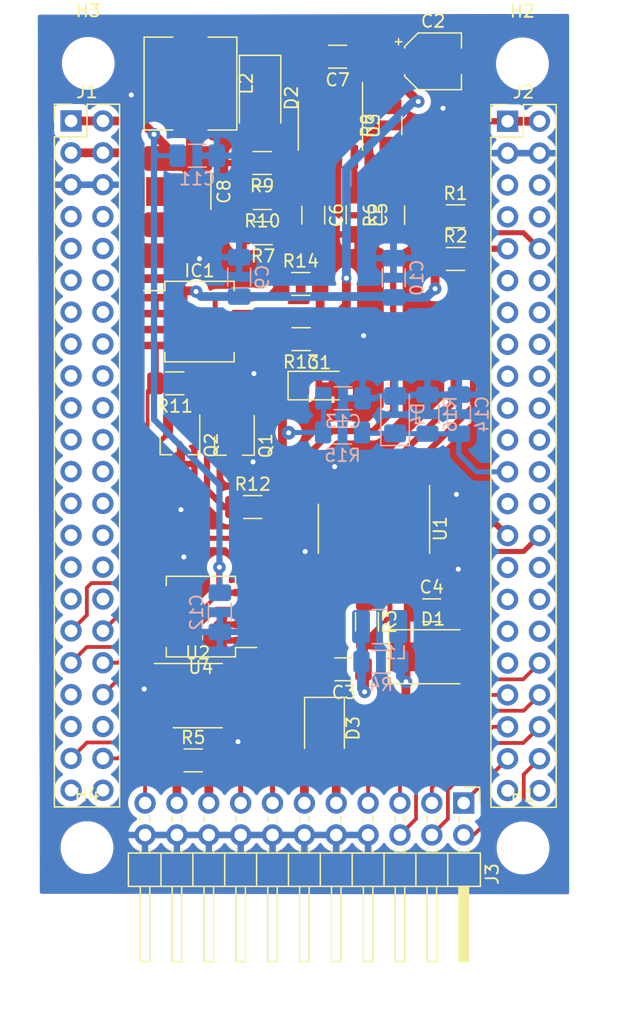
<source format=kicad_pcb>
(kicad_pcb (version 20211014) (generator pcbnew)
  (layers (0 "F.Cu" signal "Górna sygnałowa") (31 "B.Cu" signal "Dolna sygnałowa") (34 "B.Paste" user "Dolna pasty") (35 "F.Paste" user "Górna pasty") (36 "B.SilkS" user "Dolna opisowa") (37 "F.SilkS" user "Górna opisowa") (38 "B.Mask" user "Dolna sodermaski") (39 "F.Mask" user "Górna soldermaski") (44 "Edge.Cuts" user "Krawędziowa"))
  (net 0 "")
  (net 1 "+BATT")
  (net 2 "GND")
  (net 3 "Net-(C3-Pad1)")
  (net 4 "/SWCAN")
  (net 5 "Net-(C5-Pad1)")
  (net 6 "Net-(C6-Pad1)")
  (net 7 "Net-(C6-Pad2)")
  (net 8 "Net-(C7-Pad1)")
  (net 9 "Net-(C7-Pad2)")
  (net 10 "+5V")
  (net 11 "+3V3")
  (net 41 "/CTX")
  (net 42 "/CRX")
  (net 51 "/SWTX")
  (net 52 "/SWRX")
  (net 63 "/V_ADC")
  (net 72 "Net-(D3-Pad2)")
  (net 74 "/CANH")
  (net 75 "/CANL")
  (net 76 "Net-(R3-Pad1)")
  (net 77 "/CNTL")
  (net 78 "Net-(R6-Pad2)")
  (net 79 "Net-(R10-Pad1)")
  (net 80 "/SWM0")
  (net 81 "/SWM1")
  (net 85 "/MSCK")
  (net 86 "/MCS")
  (net 87 "/MSO")
  (net 89 "/T+")
  (net 91 "/XX")
  (net 92 "/YY")
  (net 93 "/kl_rx")
  (net 94 "/kl_tx")
  (net 95 "/K")
  (net 96 "/L")
  (net 97 "Net-(Q1-Pad1)")
  (net 98 "Net-(Q1-Pad2)")
  (net 101 "/FREEZE")
  (net 102 "/BKPT")
  (net 103 "/DSO")
  (net 104 "/DSI")
  (net 105 "/RST")
  (footprint "Capacitor_SMD:C_1206_3216Metric_Pad1.33x1.80mm_HandSolder" (layer "F.Cu") (at 113.35 97.4)
    (fp_text reference "C4")
    (fp_text value "47p")
  )
  (footprint "Capacitor_SMD:CP_Elec_4x4.5" (layer "F.Cu") (at 113.46 53.65)
    (fp_text reference "C2")
    (fp_text value "4.7u")
  )
  (footprint "Diode_SMD:D_1210_3225Metric_Pad1.42x2.65mm_HandSolder" (layer "F.Cu") (at 104.8 106.8 -90)
    (fp_text reference "D3")
    (fp_text value "D")
  )
  (footprint "Resistor_SMD:R_1206_3216Metric_Pad1.30x1.75mm_HandSolder" (layer "F.Cu") (at 102.91 71.39)
    (fp_text reference "R14")
    (fp_text value "510R")
  )
  (footprint "Resistor_SMD:R_1206_3216Metric_Pad1.30x1.75mm_HandSolder" (layer "F.Cu") (at 99.91 67.35 180)
    (fp_text reference "R7")
    (fp_text value "6.8k")
  )
  (footprint "Package_TO_SOT_SMD:SOT-23_Handsoldering" (layer "F.Cu") (at 93.28 84.24 -90)
    (fp_text reference "Q2")
    (fp_text value "Q_NPN_BCE")
  )
  (footprint "Resistor_SMD:R_1206_3216Metric_Pad1.30x1.75mm_HandSolder" (layer "F.Cu") (at 108.19 98.32 -90)
    (fp_text reference "R3")
    (fp_text value "6.49k")
  )
  (footprint "Capacitor_SMD:C_1206_3216Metric_Pad1.33x1.80mm_HandSolder" (layer "F.Cu") (at 106.35 102.1 180)
    (fp_text reference "C3")
    (fp_text value "100p")
  )
  (footprint "Resistor_SMD:R_1206_3216Metric_Pad1.30x1.75mm_HandSolder" (layer "F.Cu") (at 99.85 64.55 180)
    (fp_text reference "R10")
    (fp_text value "44.2k")
  )
  (footprint "MountingHole:MountingHole_3.2mm_M3" (layer "F.Cu") (at 120.63 116.34)
    (fp_text reference "H1")
    (fp_text value "MountingHole_Pad")
  )
  (footprint "Connector_PinHeader_2.54mm:PinHeader_2x22_P2.54mm_Vertical" (layer "F.Cu") (at 119.4 58.425)
    (fp_text reference "J2")
    (fp_text value "J3")
  )
  (footprint "Capacitor_SMD:C_1206_3216Metric_Pad1.33x1.80mm_HandSolder" (layer "F.Cu") (at 105.85 53.28 180)
    (fp_text reference "C7")
    (fp_text value "10n")
  )
  (footprint "Resistor_SMD:R_1206_3216Metric_Pad1.30x1.75mm_HandSolder" (layer "F.Cu") (at 94.34 109.36)
    (fp_text reference "R5")
    (fp_text value "120R")
  )
  (footprint "Package_SO:SO-8_5.3x6.2mm_P1.27mm" (layer "F.Cu") (at 94.84 74.39)
    (fp_text reference "IC1")
    (fp_text value "L9637D")
  )
  (footprint "Package_SO:SO-8_3.9x4.9mm_P1.27mm" (layer "F.Cu") (at 94.7 104.2)
    (fp_text reference "U2")
    (fp_text value "PCA82C251")
  )
  (footprint "Capacitor_SMD:C_1206_3216Metric_Pad1.33x1.80mm_HandSolder" (layer "F.Cu") (at 103.91 65.91 -90)
    (fp_text reference "C6")
    (fp_text value "3.9n")
  )
  (footprint "Diode_SMD:D_SMB" (layer "F.Cu") (at 113.45 101.1)
    (fp_text reference "D1")
    (fp_text value "SM6T18A")
  )
  (footprint "MountingHole:MountingHole_3.2mm_M3" (layer "F.Cu") (at 120.58 53.85)
    (fp_text reference "H2")
    (fp_text value "MountingHole_Pad")
  )
  (footprint "MountingHole:MountingHole_3.2mm_M3" (layer "F.Cu") (at 85.97 53.81)
    (fp_text reference "H3")
    (fp_text value "MountingHole_Pad")
  )
  (footprint "Diode_SMD:D_1206_3216Metric_Pad1.42x1.75mm_HandSolder" (layer "F.Cu") (at 104.36 79.49)
    (fp_text reference "C1")
    (fp_text value "100n")
  )
  (footprint "Resistor_SMD:R_1206_3216Metric_Pad1.30x1.75mm_HandSolder" (layer "F.Cu") (at 99.08 89.17)
    (fp_text reference "R12")
    (fp_text value "1k")
  )
  (footprint "Resistor_SMD:R_1206_3216Metric_Pad1.30x1.75mm_HandSolder" (layer "F.Cu") (at 102.94 75.79 180)
    (fp_text reference "R13")
    (fp_text value "510R")
  )
  (footprint "Package_TO_SOT_SMD:SOT-23_Handsoldering" (layer "F.Cu") (at 97.62 84.28 -90)
    (fp_text reference "Q1")
    (fp_text value "Q_NPN_BCE")
  )
  (footprint "MountingHole:MountingHole_3.2mm_M3" (layer "F.Cu") (at 85.87 116.31)
    (fp_text reference "H4")
    (fp_text value "MountingHole_Pad")
  )
  (footprint "Package_SO:SO-14_3.9x8.65mm_P1.27mm" (layer "F.Cu") (at 108.75 90.9 -90)
    (fp_text reference "U1")
    (fp_text value "MC33897")
  )
  (footprint "Connector_PinHeader_2.54mm:PinHeader_2x11_P2.54mm_Horizontal" (layer "F.Cu") (at 115.9 112.76 -90)
    (fp_text reference "J3")
    (fp_text value "Conn_02x11_Counter_Clockwise")
  )
  (footprint "Capacitor_SMD:C_2220_5650Metric_Pad1.97x5.40mm_HandSolder" (layer "F.Cu") (at 93.14 64.03 -90)
    (fp_text reference "C8")
    (fp_text value "22uf")
  )
  (footprint "Resistor_SMD:R_1206_3216Metric_Pad1.30x1.75mm_HandSolder" (layer "F.Cu") (at 110.28 65.91 90)
    (fp_text reference "R6")
    (fp_text value "100k")
  )
  (footprint "Resistor_SMD:R_1206_3216Metric_Pad1.30x1.75mm_HandSolder" (layer "F.Cu") (at 110.06 58.76 90)
    (fp_text reference "R8")
    (fp_text value "100k")
  )
  (footprint "Capacitor_SMD:C_1206_3216Metric_Pad1.33x1.80mm_HandSolder" (layer "F.Cu") (at 107.44 65.88 -90)
    (fp_text reference "C5")
    (fp_text value "100n")
  )
  (footprint "Resistor_SMD:R_1206_3216Metric_Pad1.30x1.75mm_HandSolder" (layer "F.Cu") (at 115.25 69.4)
    (fp_text reference "R2")
    (fp_text value "10k")
  )
  (footprint "Package_SO:SO-8_5.3x6.2mm_P1.27mm" (layer "F.Cu") (at 94.95 97.9 180)
    (fp_text reference "U4")
    (fp_text value "MAX6675")
  )
  (footprint "Connector_PinHeader_2.54mm:PinHeader_2x22_P2.54mm_Vertical" (layer "F.Cu") (at 84.6 58.4)
    (fp_text reference "J1")
    (fp_text value "J2")
  )
  (footprint "Diode_SMD:D_SMA" (layer "F.Cu") (at 99.67 56.57 -90)
    (fp_text reference "D2")
    (fp_text value "B130-E3")
  )
  (footprint "Resistor_SMD:R_1206_3216Metric_Pad1.30x1.75mm_HandSolder" (layer "F.Cu") (at 92.87 79.31 180)
    (fp_text reference "R11")
    (fp_text value "1k")
  )
  (footprint "Package_SO:SOIC-8-1EP_3.9x4.9mm_P1.27mm_EP2.62x3.51mm" (layer "F.Cu") (at 105.275 58.785 -90)
    (fp_text reference "U3")
    (fp_text value "MP2303ADN")
  )
  (footprint "Resistor_SMD:R_1206_3216Metric_Pad1.30x1.75mm_HandSolder" (layer "F.Cu") (at 99.83 61.75 180)
    (fp_text reference "R9")
    (fp_text value "10k")
  )
  (footprint "Resistor_SMD:R_1206_3216Metric_Pad1.30x1.75mm_HandSolder" (layer "F.Cu") (at 115.25 66)
    (fp_text reference "R1")
    (fp_text value "2.7k")
  )
  (footprint "Inductor_SMD:L_7.3x7.3_H3.5" (layer "F.Cu") (at 94.12 55.42 -90)
    (fp_text reference "L2")
    (fp_text value "10u")
  )
  (footprint "Capacitor_SMD:C_1206_3216Metric_Pad1.33x1.80mm_HandSolder" (layer "B.Cu") (at 106.28 80.5)
    (fp_text reference "C13")
    (fp_text value "100n")
  )
  (footprint "Resistor_SMD:R_1206_3216Metric_Pad1.30x1.75mm_HandSolder" (layer "B.Cu") (at 106.24 83.23)
    (fp_text reference "R15")
    (fp_text value "6.8k")
  )
  (footprint "Inductor_SMD:L_1210_3225Metric_Pad1.42x2.65mm_HandSolder" (layer "B.Cu") (at 109.2 98.7)
    (fp_text reference "L1")
    (fp_text value "47uH")
  )
  (footprint "Resistor_SMD:R_1206_3216Metric_Pad1.30x1.75mm_HandSolder" (layer "B.Cu") (at 109.3 101.5)
    (fp_text reference "R4")
    (fp_text value "1k")
  )
  (footprint "Capacitor_SMD:C_1206_3216Metric_Pad1.33x1.80mm_HandSolder" (layer "B.Cu") (at 115.52 81.77 90)
    (fp_text reference "C14")
    (fp_text value "100n")
  )
  (footprint "Capacitor_SMD:C_1206_3216Metric_Pad1.33x1.80mm_HandSolder" (layer "B.Cu") (at 96.46 97.56 -90)
    (fp_text reference "C12")
    (fp_text value "100n")
  )
  (footprint "Diode_SMD:D_1206_3216Metric_Pad1.42x1.75mm_HandSolder" (layer "B.Cu") (at 110.43 81.8075 90)
    (fp_text reference "D4")
    (fp_text value "3.3V")
  )
  (footprint "Capacitor_SMD:C_1206_3216Metric_Pad1.33x1.80mm_HandSolder" (layer "B.Cu") (at 110.32 70.9 90)
    (fp_text reference "C10")
    (fp_text value "100n")
  )
  (footprint "Resistor_SMD:R_1206_3216Metric_Pad1.30x1.75mm_HandSolder" (layer "B.Cu") (at 113.01 81.77 90)
    (fp_text reference "R16")
    (fp_text value "6.8k")
  )
  (footprint "Capacitor_SMD:C_1206_3216Metric_Pad1.33x1.80mm_HandSolder" (layer "B.Cu") (at 98 70.83 90)
    (fp_text reference "C9")
    (fp_text value "100n")
  )
  (footprint "Capacitor_SMD:C_1206_3216Metric_Pad1.33x1.80mm_HandSolder" (layer "B.Cu") (at 94.66 61.17)
    (fp_text reference "C11")
    (fp_text value "100n")
  )
  (segment (start 105.91 56.305) (end 105.91 51.4) (width 0.5) (layer "F.Cu") (net 1))
  (segment (start 104.94 96.24) (end 106.09 96.24) (width 0.5) (layer "F.Cu") (net 1))
  (segment (start 100.63 89.17) (end 100.63 91.93) (width 0.7) (layer "F.Cu") (net 1))
  (segment (start 110.68 55.25) (end 112.28 56.85) (width 0.7) (layer "F.Cu") (net 1))
  (segment (start 102.7975 79.0225) (end 104.49 77.33) (width 0.7) (layer "F.Cu") (net 1))
  (segment (start 104.7875 102.1) (end 104.7875 96.3925) (width 0.7) (layer "F.Cu") (net 1))
  (segment (start 104.46 71.39) (end 104.46 73.7) (width 0.7) (layer "F.Cu") (net 1))
  (segment (start 104.7875 102.1) (end 104.7875 105.3) (width 0.7) (layer "F.Cu") (net 1))
  (segment (start 101.45 80.8375) (end 102.7975 79.49) (width 0.7) (layer "F.Cu") (net 1))
  (segment (start 101.45 86.57) (end 101.45 83.12) (width 0.7) (layer "F.Cu") (net 1))
  (segment (start 111.66 51.8) (end 111.66 53.65) (width 0.7) (layer "F.Cu") (net 1))
  (segment (start 101.58 83.25) (end 101.45 83.12) (width 0.4) (layer "F.Cu") (net 1))
  (segment (start 107.48 94.85) (end 107.48 93.375) (width 0.4) (layer "F.Cu") (net 1))
  (segment (start 104.7875 105.3) (end 104.8 105.3125) (width 0.25) (layer "F.Cu") (net 1))
  (segment (start 104.46 73.7) (end 104.405 73.755) (width 0.25) (layer "F.Cu") (net 1))
  (segment (start 101.95 83.25) (end 101.58 83.25) (width 0.4) (layer "F.Cu") (net 1))
  (segment (start 98.34 73.755) (end 104.405 73.755) (width 0.5) (layer "F.Cu") (net 1))
  (segment (start 102.7975 79.49) (end 102.7975 79.0225) (width 0.25) (layer "F.Cu") (net 1))
  (segment (start 100.63 87.39) (end 101.45 86.57) (width 0.7) (layer "F.Cu") (net 1))
  (segment (start 101.45 83.12) (end 101.45 80.8375) (width 0.7) (layer "F.Cu") (net 1))
  (segment (start 110.06 55.25) (end 111.66 53.65) (width 0.7) (layer "F.Cu") (net 1))
  (segment (start 105.8 73.84) (end 104.49 73.84) (width 0.7) (layer "F.Cu") (net 1))
  (segment (start 104.405 73.755) (end 104.49 73.84) (width 0.25) (layer "F.Cu") (net 1))
  (segment (start 106.55 70.93) (end 106.55 73.09) (width 0.7) (layer "F.Cu") (net 1))
  (segment (start 104.49 77.33) (end 104.49 75.79) (width 0.7) (layer "F.Cu") (net 1))
  (segment (start 106.55 73.09) (end 105.8 73.84) (width 0.7) (layer "F.Cu") (net 1))
  (segment (start 110.97 51.11) (end 111.66 51.8) (width 0.7) (layer "F.Cu") (net 1))
  (segment (start 104.49 73.84) (end 104.49 75.79) (width 0.7) (layer "F.Cu") (net 1))
  (segment (start 106.2 51.11) (end 110.97 51.11) (width 0.7) (layer "F.Cu") (net 1))
  (segment (start 104.7875 96.3925) (end 104.94 96.24) (width 0.25) (layer "F.Cu") (net 1))
  (segment (start 106.09 96.24) (end 107.48 94.85) (width 0.4) (layer "F.Cu") (net 1))
  (segment (start 105.99 96.34) (end 106.09 96.24) (width 0.25) (layer "F.Cu") (net 1))
  (segment (start 105.91 51.4) (end 106.2 51.11) (width 0.7) (layer "F.Cu") (net 1))
  (segment (start 100.63 89.17) (end 100.63 87.39) (width 0.7) (layer "F.Cu") (net 1))
  (segment (start 111.66 53.65) (end 112.28 54.27) (width 0.25) (layer "F.Cu") (net 1))
  (segment (start 100.63 91.93) (end 104.94 96.24) (width 0.7) (layer "F.Cu") (net 1))
  (segment (start 110.06 55.25) (end 110.68 55.25) (width 0.7) (layer "F.Cu") (net 1))
  (segment (start 110.06 57.21) (end 110.06 55.25) (width 0.7) (layer "F.Cu") (net 1))
  (via (at 101.95 83.25) (size 1.1) (drill 0.4) (layers "F.Cu" "B.Cu") (net 1))
  (via (at 106.55 70.93) (size 0.8) (drill 0.4) (layers "F.Cu" "B.Cu") (net 1))
  (via (at 112.28 56.85) (size 1) (drill 0.4) (layers "F.Cu" "B.Cu") (net 1))
  (segment (start 101.97 83.23) (end 101.95 83.25) (width 0.4) (layer "B.Cu") (net 1))
  (segment (start 104.69 83.23) (end 101.97 83.23) (width 0.4) (layer "B.Cu") (net 1))
  (segment (start 111.89 56.85) (end 106.55 62.19) (width 0.7) (layer "B.Cu") (net 1))
  (segment (start 104.7175 83.2025) (end 104.69 83.23) (width 0.4) (layer "B.Cu") (net 1))
  (segment (start 106.55 62.19) (end 106.55 70.93) (width 0.7) (layer "B.Cu") (net 1))
  (segment (start 104.7175 80.5) (end 104.7175 83.2025) (width 0.4) (layer "B.Cu") (net 1))
  (segment (start 112.28 56.85) (end 111.89 56.85) (width 0.25) (layer "B.Cu") (net 1))
  (via (at 105.61 85.95) (size 0.8) (drill 0.4) (layers "F.Cu" "B.Cu") (net 2))
  (via (at 93.36 89.38) (size 0.8) (drill 0.4) (layers "F.Cu" "B.Cu") (net 2))
  (via (at 115.32 88.16) (size 0.8) (drill 0.4) (layers "F.Cu" "B.Cu") (net 2))
  (via (at 107.92 75.51) (size 0.8) (drill 0.4) (layers "F.Cu" "B.Cu") (net 2))
  (via (at 114.25 57.39) (size 0.8) (drill 0.4) (layers "F.Cu" "B.Cu") (net 2))
  (via (at 97.91 107.87) (size 0.8) (drill 0.4) (layers "F.Cu" "B.Cu") (net 2))
  (via (at 99.11 85.57) (size 0.8) (drill 0.4) (layers "F.Cu" "B.Cu") (net 2))
  (via (at 89.4 56.33) (size 0.8) (drill 0.4) (layers "F.Cu" "B.Cu") (net 2))
  (via (at 115.47 94.12) (size 0.8) (drill 0.4) (layers "F.Cu" "B.Cu") (net 2))
  (via (at 94.84 69.38) (size 0.8) (drill 0.4) (layers "F.Cu" "B.Cu") (net 2))
  (via (at 99.18 78.53) (size 0.8) (drill 0.4) (layers "F.Cu" "B.Cu") (net 2))
  (via (at 90.43 103.67) (size 0.8) (drill 0.4) (layers "F.Cu" "B.Cu") (net 2))
  (via (at 93.59 93.15) (size 0.8) (drill 0.4) (layers "F.Cu" "B.Cu") (net 2))
  (via (at 103.26 92.71) (size 0.8) (drill 0.4) (layers "F.Cu" "B.Cu") (net 2))
  (segment (start 110.02 97.87) (end 110.02 93.375) (width 0.4) (layer "F.Cu") (net 3))
  (segment (start 107.9125 100.1475) (end 108.19 99.87) (width 0.25) (layer "F.Cu") (net 3))
  (segment (start 108 102.1875) (end 107.9125 102.1) (width 0.25) (layer "F.Cu") (net 3))
  (segment (start 108.19 99.87) (end 108.19 99.7) (width 0.25) (layer "F.Cu") (net 3))
  (segment (start 107.9125 102.1) (end 107.9125 100.1475) (width 0.7) (layer "F.Cu") (net 3))
  (segment (start 107.8 102.2125) (end 107.9125 102.1) (width 0.25) (layer "F.Cu") (net 3))
  (segment (start 108 103.9) (end 108 102.1875) (width 0.7) (layer "F.Cu") (net 3))
  (segment (start 108.19 99.7) (end 110.02 97.87) (width 0.4) (layer "F.Cu") (net 3))
  (via (at 108 103.9) (size 1) (drill 0.4) (layers "F.Cu" "B.Cu") (net 3))
  (segment (start 107.75 101.5) (end 107.75 103.65) (width 0.7) (layer "B.Cu") (net 3))
  (segment (start 107.75 103.65) (end 108 103.9) (width 0.25) (layer "B.Cu") (net 3))
  (segment (start 107.7125 98.7) (end 107.7125 101.4625) (width 0.7) (layer "B.Cu") (net 3))
  (segment (start 107.7125 101.4625) (end 107.75 101.5) (width 0.25) (layer "B.Cu") (net 3))
  (segment (start 105.74 112.76) (end 105.74 111.23) (width 0.7) (layer "F.Cu") (net 4))
  (segment (start 105.74 111.23) (end 107.8 109.17) (width 0.7) (layer "F.Cu") (net 4))
  (segment (start 107.8 109.17) (end 111.29 105.68) (width 0.7) (layer "F.Cu") (net 4))
  (segment (start 111.29 105.68) (end 111.29 103.11) (width 0.7) (layer "F.Cu") (net 4))
  (segment (start 111.3 103.2) (end 111.3 101.1) (width 0.7) (layer "F.Cu") (net 4))
  (segment (start 111.7875 97.4) (end 111.3 97.8875) (width 0.25) (layer "F.Cu") (net 4))
  (segment (start 111.3 97.8875) (end 111.3 101.1) (width 0.7) (layer "F.Cu") (net 4))
  (segment (start 111.29 103.11) (end 111.3 103.1) (width 0.25) (layer "F.Cu") (net 4))
  (via (at 111.3 103.1) (size 1) (drill 0.4) (layers "F.Cu" "B.Cu") (net 4))
  (segment (start 110.85 101.5) (end 110.85 102.65) (width 0.7) (layer "B.Cu") (net 4))
  (segment (start 110.85 102.65) (end 111.3 103.1) (width 0.7) (layer "B.Cu") (net 4))
  (segment (start 110.6875 98.7) (end 110.6875 101.3375) (width 0.7) (layer "B.Cu") (net 4))
  (segment (start 110.6875 101.3375) (end 110.85 101.5) (width 0.25) (layer "B.Cu") (net 4))
  (segment (start 107.18 64.0575) (end 107.44 64.3175) (width 0.25) (layer "F.Cu") (net 5))
  (segment (start 107.18 61.265) (end 107.18 64.0575) (width 0.5) (layer "F.Cu") (net 5))
  (segment (start 104.64 63.6175) (end 104.64 61.265) (width 0.5) (layer "F.Cu") (net 6))
  (segment (start 103.91 64.3475) (end 104.64 63.6175) (width 0.5) (layer "F.Cu") (net 6))
  (segment (start 103.91 67.4725) (end 101.5825 67.4725) (width 0.7) (layer "F.Cu") (net 7))
  (segment (start 101.5825 67.4725) (end 101.46 67.35) (width 0.25) (layer "F.Cu") (net 7))
  (segment (start 107.18 53.5125) (end 107.4125 53.28) (width 0.25) (layer "F.Cu") (net 8))
  (segment (start 107.18 56.305) (end 107.18 53.5125) (width 0.5) (layer "F.Cu") (net 8))
  (segment (start 98.84 52.27) (end 98.79 52.22) (width 0.25) (layer "F.Cu") (net 9))
  (segment (start 104.64 53.6325) (end 104.2875 53.28) (width 0.25) (layer "F.Cu") (net 9))
  (segment (start 99.67 54.57) (end 99.67 53.1) (width 0.7) (layer "F.Cu") (net 9))
  (segment (start 104.64 56.305) (end 104.64 53.6325) (width 0.5) (layer "F.Cu") (net 9))
  (segment (start 99.67 53.1) (end 98.84 52.27) (width 0.7) (layer "F.Cu") (net 9))
  (segment (start 103.2775 52.27) (end 98.84 52.27) (width 0.7) (layer "F.Cu") (net 9))
  (segment (start 98.79 52.22) (end 94.12 52.22) (width 0.7) (layer "F.Cu") (net 9))
  (segment (start 104.2875 53.28) (end 103.2775 52.27) (width 0.6) (layer "F.Cu") (net 9))
  (segment (start 94.12 58.62) (end 94.12 60.4125) (width 0.7) (layer "F.Cu") (net 10))
  (segment (start 93.14 61.77) (end 95.92 64.55) (width 0.5) (layer "F.Cu") (net 10))
  (segment (start 93.265 104.835) (end 93.84 104.26) (width 0.3) (layer "F.Cu") (net 10))
  (segment (start 96.435 95.995) (end 98.45 95.995) (width 0.5) (layer "F.Cu") (net 10))
  (segment (start 87.14 58.4) (end 90.1475 58.4) (width 0.7) (layer "F.Cu") (net 10))
  (segment (start 93.84 98.59) (end 96.435 95.995) (width 0.3) (layer "F.Cu") (net 10))
  (segment (start 90.1475 58.4) (end 93.14 61.3925) (width 0.7) (layer "F.Cu") (net 10))
  (segment (start 94.12 60.4125) (end 93.14 61.3925) (width 0.25) (layer "F.Cu") (net 10))
  (segment (start 96.43 93.97) (end 96.43 95.99) (width 0.5) (layer "F.Cu") (net 10))
  (segment (start 98.445 95.99) (end 98.45 95.995) (width 0.25) (layer "F.Cu") (net 10))
  (segment (start 93.84 104.26) (end 93.84 98.59) (width 0.3) (layer "F.Cu") (net 10))
  (segment (start 92.125 104.835) (end 93.265 104.835) (width 0.3) (layer "F.Cu") (net 10))
  (segment (start 93.14 61.3925) (end 93.14 61.77) (width 0.25) (layer "F.Cu") (net 10))
  (segment (start 95.92 64.55) (end 98.3 64.55) (width 0.5) (layer "F.Cu") (net 10))
  (segment (start 84.6 58.4) (end 87.14 58.4) (width 0.7) (layer "F.Cu") (net 10))
  (segment (start 96.43 95.99) (end 96.435 95.995) (width 0.4) (layer "F.Cu") (net 10))
  (via (at 91.21375 59.46625) (size 1) (drill 0.4) (layers "F.Cu" "B.Cu") (net 10))
  (via (at 96.43 93.97) (size 1) (drill 0.4) (layers "F.Cu" "B.Cu") (net 10))
  (segment (start 96.46 95.9975) (end 96.46 94) (width 0.4) (layer "B.Cu") (net 10))
  (segment (start 96.43 87.4) (end 96.43 93.97) (width 0.5) (layer "B.Cu") (net 10))
  (segment (start 96.46 94) (end 96.43 93.97) (width 0.4) (layer "B.Cu") (net 10))
  (segment (start 91.21375 60.78375) (end 91.21375 82.18375) (width 0.5) (layer "B.Cu") (net 10))
  (segment (start 91.6 61.17) (end 91.21375 60.78375) (width 0.4) (layer "B.Cu") (net 10))
  (segment (start 93.0975 61.17) (end 91.6 61.17) (width 0.4) (layer "B.Cu") (net 10))
  (segment (start 91.21375 59.46625) (end 91.21375 60.78375) (width 0.5) (layer "B.Cu") (net 10))
  (segment (start 91.21375 82.18375) (end 96.43 87.4) (width 0.5) (layer "B.Cu") (net 10))
  (segment (start 119.4 58.425) (end 116.195 58.425) (width 0.5) (layer "F.Cu") (net 11))
  (segment (start 88.62 60.94) (end 89.23 61.55) (width 0.7) (layer "F.Cu") (net 11))
  (segment (start 116.195 58.425) (end 113.65 60.97) (width 0.5) (layer "F.Cu") (net 11))
  (segment (start 121.94 58.425) (end 119.4 58.425) (width 0.7) (layer "F.Cu") (net 11))
  (segment (start 87.14 60.94) (end 88.62 60.94) (width 0.7) (layer "F.Cu") (net 11))
  (segment (start 89.23 70.08) (end 90.12 70.97) (width 0.7) (layer "F.Cu") (net 11))
  (segment (start 93.63 71.94) (end 94.51 71.94) (width 0.7) (layer "F.Cu") (net 11))
  (segment (start 113.7 69.4) (end 113.7 66) (width 0.7) (layer "F.Cu") (net 11))
  (segment (start 113.65 60.97) (end 113.65 65.95) (width 0.5) (layer "F.Cu") (net 11))
  (segment (start 113.62 71.77) (end 113.62 69.48) (width 0.7) (layer "F.Cu") (net 11))
  (segment (start 113.65 65.95) (end 113.7 66) (width 0.25) (layer "F.Cu") (net 11))
  (segment (start 93.63 74.48) (end 93.085 75.025) (width 0.5) (layer "F.Cu") (net 11))
  (segment (start 92.66 70.97) (end 93.63 71.94) (width 0.7) (layer "F.Cu") (net 11))
  (segment (start 89.23 61.55) (end 89.23 70.08) (width 0.7) (layer "F.Cu") (net 11))
  (segment (start 94.51 71.94) (end 94.57 72) (width 0.25) (layer "F.Cu") (net 11))
  (segment (start 113.62 69.48) (end 113.7 69.4) (width 0.25) (layer "F.Cu") (net 11))
  (segment (start 90.12 70.97) (end 92.66 70.97) (width 0.7) (layer "F.Cu") (net 11))
  (segment (start 93.63 71.94) (end 93.63 74.48) (width 0.5) (layer "F.Cu") (net 11))
  (segment (start 84.6 60.94) (end 87.14 60.94) (width 0.7) (layer "F.Cu") (net 11))
  (segment (start 113.83 69.53) (end 113.7 69.4) (width 0.25) (layer "F.Cu") (net 11))
  (segment (start 93.085 75.025) (end 91.34 75.025) (width 0.5) (layer "F.Cu") (net 11))
  (via (at 113.62 71.77) (size 1) (drill 0.4) (layers "F.Cu" "B.Cu") (net 11))
  (via (at 94.57 72) (size 1) (drill 0.4) (layers "F.Cu" "B.Cu") (net 11))
  (segment (start 94.57 72) (end 94.9625 72.3925) (width 0.7) (layer "B.Cu") (net 11))
  (segment (start 94.9625 72.3925) (end 98 72.3925) (width 0.7) (layer "B.Cu") (net 11))
  (segment (start 110.25 72.3925) (end 110.32 72.4625) (width 0.25) (layer "B.Cu") (net 11))
  (segment (start 98 72.3925) (end 110.25 72.3925) (width 0.7) (layer "B.Cu") (net 11))
  (segment (start 110.32 72.4625) (end 112.9275 72.4625) (width 0.7) (layer "B.Cu") (net 11))
  (segment (start 112.9275 72.4625) (end 113.62 71.77) (width 0.7) (layer "B.Cu") (net 11))
  (segment (start 89.4 106.06101) (end 89.4 103.1) (width 0.3) (layer "F.Cu") (net 41))
  (segment (start 89.4 106.66) (end 89.4 106.06101) (width 0.3) (layer "F.Cu") (net 41))
  (segment (start 84.6 109.2) (end 85.87 107.93) (width 0.3) (layer "F.Cu") (net 41))
  (segment (start 85.87 107.93) (end 88.13 107.93) (width 0.3) (layer "F.Cu") (net 41))
  (segment (start 90.205 102.295) (end 92.125 102.295) (width 0.3) (layer "F.Cu") (net 41))
  (segment (start 88.13 107.93) (end 89.4 106.66) (width 0.3) (layer "F.Cu") (net 41))
  (segment (start 89.4 103.1) (end 90.205 102.295) (width 0.3) (layer "F.Cu") (net 41))
  (segment (start 91.455 106.105) (end 92.125 106.105) (width 0.3) (layer "F.Cu") (net 42))
  (segment (start 88.36 109.2) (end 91.455 106.105) (width 0.3) (layer "F.Cu") (net 42))
  (segment (start 87.14 109.2) (end 88.36 109.2) (width 0.3) (layer "F.Cu") (net 42))
  (segment (start 111.2 86.6) (end 116.65 81.15) (width 0.5) (layer "F.Cu") (net 51))
  (segment (start 116.65 69.55) (end 116.8 69.4) (width 0.25) (layer "F.Cu") (net 51))
  (segment (start 111.29 88.425) (end 111.2 88.335) (width 0.25) (layer "F.Cu") (net 51))
  (segment (start 111.2 88.335) (end 111.2 86.6) (width 0.5) (layer "F.Cu") (net 51))
  (segment (start 116.8 69.4) (end 117.615 68.585) (width 0.5) (layer "F.Cu") (net 51))
  (segment (start 117.615 68.585) (end 119.4 68.585) (width 0.5) (layer "F.Cu") (net 51))
  (segment (start 116.65 81.15) (end 116.65 69.55) (width 0.5) (layer "F.Cu") (net 51))
  (segment (start 107.48 86.12) (end 107.8 85.8) (width 0.5) (layer "F.Cu") (net 52))
  (segment (start 107.8 85.8) (end 110.1 85.8) (width 0.5) (layer "F.Cu") (net 52))
  (segment (start 120.665 67.31) (end 121.94 68.585) (width 0.4) (layer "F.Cu") (net 52))
  (segment (start 107.48 88.425) (end 107.48 86.12) (width 0.5) (layer "F.Cu") (net 52))
  (segment (start 115.1 67.7) (end 116.8 66) (width 0.5) (layer "F.Cu") (net 52))
  (segment (start 118.11 67.31) (end 120.665 67.31) (width 0.4) (layer "F.Cu") (net 52))
  (segment (start 116.8 66) (end 118.11 67.31) (width 0.4) (layer "F.Cu") (net 52))
  (segment (start 110.1 85.8) (end 115.1 80.8) (width 0.5) (layer "F.Cu") (net 52))
  (segment (start 115.1 80.8) (end 115.1 67.7) (width 0.5) (layer "F.Cu") (net 52))
  (segment (start 116.935 86.365) (end 115.52 84.95) (width 0.4) (layer "B.Cu") (net 63))
  (segment (start 119.4 86.365) (end 116.935 86.365) (width 0.4) (layer "B.Cu") (net 63))
  (segment (start 113.01 83.32) (end 110.455 83.32) (width 0.4) (layer "B.Cu") (net 63))
  (segment (start 115.52 83.3325) (end 113.0225 83.3325) (width 0.4) (layer "B.Cu") (net 63))
  (segment (start 113.0225 83.3325) (end 113.01 83.32) (width 0.4) (layer "B.Cu") (net 63))
  (segment (start 110.43 83.295) (end 107.855 83.295) (width 0.4) (layer "B.Cu") (net 63))
  (segment (start 115.52 84.95) (end 115.52 83.3325) (width 0.4) (layer "B.Cu") (net 63))
  (segment (start 110.455 83.32) (end 110.43 83.295) (width 0.4) (layer "B.Cu") (net 63))
  (segment (start 107.855 83.295) (end 107.79 83.23) (width 0.4) (layer "B.Cu") (net 63))
  (segment (start 104.8 108.2875) (end 103.2 109.8875) (width 0.7) (layer "F.Cu") (net 72))
  (segment (start 104.8 108.85) (end 104.8 108.2875) (width 0.25) (layer "F.Cu") (net 72))
  (segment (start 103.2 109.8875) (end 103.2 112.76) (width 0.7) (layer "F.Cu") (net 72))
  (segment (start 93.04 112.76) (end 93.04 109.61) (width 0.7) (layer "F.Cu") (net 74))
  (segment (start 93.04 109.61) (end 92.79 109.36) (width 0.25) (layer "F.Cu") (net 74))
  (segment (start 92.94 109.36) (end 92.79 109.36) (width 0.25) (layer "F.Cu") (net 74))
  (segment (start 97.275 103.565) (end 96.135 103.565) (width 0.3) (layer "F.Cu") (net 74))
  (segment (start 95.1 104.6) (end 95.1 107.2) (width 0.3) (layer "F.Cu") (net 74))
  (segment (start 96.135 103.565) (end 95.1 104.6) (width 0.3) (layer "F.Cu") (net 74))
  (segment (start 95.1 107.2) (end 92.94 109.36) (width 0.3) (layer "F.Cu") (net 74))
  (segment (start 95.89 109.36) (end 95.58 109.67) (width 0.25) (layer "F.Cu") (net 75))
  (segment (start 95.89 105.17) (end 95.89 109.36) (width 0.3) (layer "F.Cu") (net 75))
  (segment (start 95.89 109.36) (end 95.89 109.78) (width 0.25) (layer "F.Cu") (net 75))
  (segment (start 95.58 109.67) (end 95.58 112.76) (width 0.7) (layer "F.Cu") (net 75))
  (segment (start 97.275 104.835) (end 96.225 104.835) (width 0.3) (layer "F.Cu") (net 75))
  (segment (start 96.225 104.835) (end 95.89 105.17) (width 0.3) (layer "F.Cu") (net 75))
  (segment (start 108.19 96.77) (end 108.19 95.91) (width 0.4) (layer "F.Cu") (net 76))
  (segment (start 108.19 95.91) (end 108.75 95.35) (width 0.4) (layer "F.Cu") (net 76))
  (segment (start 108.75 95.35) (end 108.75 93.375) (width 0.4) (layer "F.Cu") (net 76))
  (segment (start 106.21 93.375) (end 106.21 91.94) (width 0.5) (layer "F.Cu") (net 77))
  (segment (start 110.28 81.5) (end 110.28 67.46) (width 0.5) (layer "F.Cu") (net 77))
  (segment (start 103.51 90.27) (end 103.51 84.99) (width 0.5) (layer "F.Cu") (net 77))
  (segment (start 103.51 84.99) (end 105.39 83.11) (width 0.5) (layer "F.Cu") (net 77))
  (segment (start 106.21 91.94) (end 105.12 90.85) (width 0.5) (layer "F.Cu") (net 77))
  (segment (start 108.67 83.11) (end 110.28 81.5) (width 0.5) (layer "F.Cu") (net 77))
  (segment (start 105.12 90.85) (end 104.09 90.85) (width 0.5) (layer "F.Cu") (net 77))
  (segment (start 104.09 90.85) (end 103.51 90.27) (width 0.5) (layer "F.Cu") (net 77))
  (segment (start 105.39 83.11) (end 108.67 83.11) (width 0.5) (layer "F.Cu") (net 77))
  (segment (start 109.84 65.92) (end 110.28 65.48) (width 0.5) (layer "F.Cu") (net 78))
  (segment (start 105.99 65.92) (end 109.84 65.92) (width 0.5) (layer "F.Cu") (net 78))
  (segment (start 110.06 64.58) (end 110.06 60.31) (width 0.5) (layer "F.Cu") (net 78))
  (segment (start 105.91 65.84) (end 105.99 65.92) (width 0.25) (layer "F.Cu") (net 78))
  (segment (start 105.91 61.265) (end 105.91 65.84) (width 0.5) (layer "F.Cu") (net 78))
  (segment (start 110.28 64.36) (end 110.06 64.58) (width 0.25) (layer "F.Cu") (net 78))
  (segment (start 110.28 65.48) (end 110.28 64.36) (width 0.5) (layer "F.Cu") (net 78))
  (segment (start 101.4 61.77) (end 101.38 61.75) (width 0.25) (layer "F.Cu") (net 79))
  (segment (start 101.38 61.75) (end 102.885 61.75) (width 0.5) (layer "F.Cu") (net 79))
  (segment (start 102.885 61.75) (end 103.37 61.265) (width 0.5) (layer "F.Cu") (net 79))
  (segment (start 101.4 64.55) (end 101.4 61.77) (width 0.5) (layer "F.Cu") (net 79))
  (segment (start 110.02 89.82) (end 110.7 90.5) (width 0.5) (layer "F.Cu") (net 80))
  (segment (start 110.02 88.425) (end 110.02 89.82) (width 0.5) (layer "F.Cu") (net 80))
  (segment (start 118.455 90.5) (end 119.4 91.445) (width 0.5) (layer "F.Cu") (net 80))
  (segment (start 110.7 90.5) (end 118.455 90.5) (width 0.5) (layer "F.Cu") (net 80))
  (segment (start 109.93 91.43) (end 108.75 90.25) (width 0.5) (layer "F.Cu") (net 81))
  (segment (start 121.94 91.445) (end 120.675 92.71) (width 0.4) (layer "F.Cu") (net 81))
  (segment (start 120.675 92.71) (end 118.04 92.71) (width 0.4) (layer "F.Cu") (net 81))
  (segment (start 116.76 91.43) (end 109.93 91.43) (width 0.5) (layer "F.Cu") (net 81))
  (segment (start 118.04 92.71) (end 116.76 91.43) (width 0.5) (layer "F.Cu") (net 81))
  (segment (start 108.75 90.25) (end 108.75 88.425) (width 0.5) (layer "F.Cu") (net 81))
  (segment (start 88.46 100.32) (end 89.34 99.44) (width 0.3) (layer "F.Cu") (net 85))
  (segment (start 84.6 101.58) (end 85.86 100.32) (width 0.3) (layer "F.Cu") (net 85))
  (segment (start 89.34 99.44) (end 89.34 96.97) (width 0.3) (layer "F.Cu") (net 85))
  (segment (start 90.315 95.995) (end 91.45 95.995) (width 0.3) (layer "F.Cu") (net 85))
  (segment (start 85.86 100.32) (end 88.46 100.32) (width 0.3) (layer "F.Cu") (net 85))
  (segment (start 89.34 96.97) (end 90.315 95.995) (width 0.3) (layer "F.Cu") (net 85))
  (segment (start 90.135 97.265) (end 89.91 97.49) (width 0.3) (layer "F.Cu") (net 86))
  (segment (start 89.91 100.03) (end 89.63 100.31) (width 0.3) (layer "F.Cu") (net 86))
  (segment (start 87.14 101.58) (end 88.36 101.58) (width 0.3) (layer "F.Cu") (net 86))
  (segment (start 88.36 101.58) (end 89.63 100.31) (width 0.3) (layer "F.Cu") (net 86))
  (segment (start 91.45 97.265) (end 90.135 97.265) (width 0.3) (layer "F.Cu") (net 86))
  (segment (start 89.91 97.49) (end 89.91 100.03) (width 0.3) (layer "F.Cu") (net 86))
  (segment (start 91.45 98.535) (end 92.495 98.535) (width 0.3) (layer "F.Cu") (net 87))
  (segment (start 92.495 98.535) (end 93.13 99.17) (width 0.3) (layer "F.Cu") (net 87))
  (segment (start 93.13 100.4) (end 92.48 101.05) (width 0.3) (layer "F.Cu") (net 87))
  (segment (start 93.13 99.17) (end 93.13 100.4) (width 0.3) (layer "F.Cu") (net 87))
  (segment (start 92.48 101.05) (end 90.21 101.05) (width 0.3) (layer "F.Cu") (net 87))
  (segment (start 90.21 101.05) (end 87.14 104.12) (width 0.3) (layer "F.Cu") (net 87))
  (segment (start 90.5 108.35) (end 91.39 107.46) (width 0.3) (layer "F.Cu") (net 89))
  (segment (start 93.34 107.46) (end 94.47 106.33) (width 0.3) (layer "F.Cu") (net 89))
  (segment (start 90.5 112.76) (end 90.5 108.35) (width 0.3) (layer "F.Cu") (net 89))
  (segment (start 96.195 97.265) (end 98.45 97.265) (width 0.3) (layer "F.Cu") (net 89))
  (segment (start 94.47 106.33) (end 94.47 98.99) (width 0.3) (layer "F.Cu") (net 89))
  (segment (start 91.39 107.46) (end 93.34 107.46) (width 0.3) (layer "F.Cu") (net 89))
  (segment (start 94.47 98.99) (end 96.195 97.265) (width 0.3) (layer "F.Cu") (net 89))
  (segment (start 110.82 111.18) (end 117.855 104.145) (width 0.3) (layer "F.Cu") (net 91))
  (segment (start 110.82 112.76) (end 110.82 111.18) (width 0.3) (layer "F.Cu") (net 91))
  (segment (start 117.855 104.145) (end 119.4 104.145) (width 0.3) (layer "F.Cu") (net 91))
  (segment (start 108.28 112.76) (end 108.28 111.47) (width 0.3) (layer "F.Cu") (net 92))
  (segment (start 121.94 101.605) (end 120.645 102.9) (width 0.3) (layer "F.Cu") (net 92))
  (segment (start 120.645 102.9) (end 118.02 102.9) (width 0.3) (layer "F.Cu") (net 92))
  (segment (start 116.85 102.9) (end 118.02 102.9) (width 0.3) (layer "F.Cu") (net 92))
  (segment (start 108.28 111.47) (end 116.85 102.9) (width 0.3) (layer "F.Cu") (net 92))
  (segment (start 118.02 102.9) (end 117.5 102.9) (width 0.25) (layer "F.Cu") (net 92))
  (segment (start 91.34 72.485) (end 91.34 73.755) (width 0.5) (layer "F.Cu") (net 93))
  (segment (start 84.6 99.04) (end 85.86 97.78) (width 0.3) (layer "F.Cu") (net 93))
  (segment (start 89.46 74.08) (end 89.785 73.755) (width 0.3) (layer "F.Cu") (net 93))
  (segment (start 85.86 97.78) (end 85.86 95.59) (width 0.3) (layer "F.Cu") (net 93))
  (segment (start 85.86 95.59) (end 86.22 95.23) (width 0.3) (layer "F.Cu") (net 93))
  (segment (start 89.46 93.97) (end 89.46 74.08) (width 0.3) (layer "F.Cu") (net 93))
  (segment (start 86.22 95.23) (end 88.2 95.23) (width 0.3) (layer "F.Cu") (net 93))
  (segment (start 88.2 95.23) (end 89.46 93.97) (width 0.3) (layer "F.Cu") (net 93))
  (segment (start 89.785 73.755) (end 91.34 73.755) (width 0.3) (layer "F.Cu") (net 93))
  (segment (start 88.58 96.36) (end 90.7 94.24) (width 0.3) (layer "F.Cu") (net 94))
  (segment (start 91.34 76.295) (end 91.34 79.29) (width 0.5) (layer "F.Cu") (net 94))
  (segment (start 91.34 79.29) (end 91.32 79.31) (width 0.25) (layer "F.Cu") (net 94))
  (segment (start 87.14 99.04) (end 88.58 97.6) (width 0.3) (layer "F.Cu") (net 94))
  (segment (start 90.7 94.24) (end 90.7 79.93) (width 0.3) (layer "F.Cu") (net 94))
  (segment (start 90.7 79.93) (end 91.32 79.31) (width 0.3) (layer "F.Cu") (net 94))
  (segment (start 88.58 97.6) (end 88.58 96.36) (width 0.3) (layer "F.Cu") (net 94))
  (segment (start 100.33 76.85) (end 100.33 86.44) (width 0.4) (layer "F.Cu") (net 95))
  (segment (start 99.1 87.64) (end 99.1 92.08) (width 0.4) (layer "F.Cu") (net 95))
  (segment (start 100.33 86.44) (end 100.3 86.44) (width 0.25) (layer "F.Cu") (net 95))
  (segment (start 99.1 92.08) (end 102.07 95.05) (width 0.4) (layer "F.Cu") (net 95))
  (segment (start 102.07 95.05) (end 102.07 108.61) (width 0.4) (layer "F.Cu") (net 95))
  (segment (start 100.66 110.02) (end 100.66 112.76) (width 0.4) (layer "F.Cu") (net 95))
  (segment (start 102.07 108.61) (end 100.66 110.02) (width 0.4) (layer "F.Cu") (net 95))
  (segment (start 100.625 75.025) (end 101.39 75.79) (width 0.5) (layer "F.Cu") (net 95))
  (segment (start 101.39 75.79) (end 100.33 76.85) (width 0.4) (layer "F.Cu") (net 95))
  (segment (start 100.3 86.44) (end 99.1 87.64) (width 0.4) (layer "F.Cu") (net 95))
  (segment (start 98.34 75.025) (end 100.625 75.025) (width 0.5) (layer "F.Cu") (net 95))
  (segment (start 92.33 82.74) (end 92.33 83.3) (width 0.4) (layer "F.Cu") (net 96))
  (segment (start 98.34 72.485) (end 96.185 72.485) (width 0.4) (layer "F.Cu") (net 96))
  (segment (start 101.12 95.54) (end 101.12 108.23) (width 0.4) (layer "F.Cu") (net 96))
  (segment (start 91.63 90.42) (end 92.87 91.66) (width 0.4) (layer "F.Cu") (net 96))
  (segment (start 92.33 83.3) (end 91.63 84) (width 0.4) (layer "F.Cu") (net 96))
  (segment (start 96.185 72.485) (end 96.09 72.58) (width 0.25) (layer "F.Cu") (net 96))
  (segment (start 91.63 84) (end 91.63 90.42) (width 0.4) (layer "F.Cu") (net 96))
  (segment (start 100.265 72.485) (end 101.36 71.39) (width 0.5) (layer "F.Cu") (net 96))
  (segment (start 92.87 91.66) (end 97.24 91.66) (width 0.4) (layer "F.Cu") (net 96))
  (segment (start 92.33 82.74) (end 92.25 82.74) (width 0.25) (layer "F.Cu") (net 96))
  (segment (start 92.86 81.48) (end 92.33 82.01) (width 0.4) (layer "F.Cu") (net 96))
  (segment (start 95.19 77.36) (end 93.74 77.36) (width 0.4) (layer "F.Cu") (net 96))
  (segment (start 93.74 77.36) (end 92.86 78.24) (width 0.4) (layer "F.Cu") (net 96))
  (segment (start 98.12 111.23) (end 98.12 112.76) (width 0.4) (layer "F.Cu") (net 96))
  (segment (start 96.09 76.46) (end 95.19 77.36) (width 0.4) (layer "F.Cu") (net 96))
  (segment (start 101.12 108.23) (end 98.12 111.23) (width 0.4) (layer "F.Cu") (net 96))
  (segment (start 98.34 72.485) (end 100.265 72.485) (width 0.5) (layer "F.Cu") (net 96))
  (segment (start 97.24 91.66) (end 101.12 95.54) (width 0.4) (layer "F.Cu") (net 96))
  (segment (start 96.09 72.58) (end 96.09 76.46) (width 0.4) (layer "F.Cu") (net 96))
  (segment (start 92.86 78.24) (end 92.86 81.48) (width 0.4) (layer "F.Cu") (net 96))
  (segment (start 92.33 82.01) (end 92.33 82.74) (width 0.25) (layer "F.Cu") (net 96))
  (segment (start 98.57 79.93) (end 98.57 82.78) (width 0.5) (layer "F.Cu") (net 97))
  (segment (start 94.42 79.31) (end 97.95 79.31) (width 0.5) (layer "F.Cu") (net 97))
  (segment (start 97.95 79.31) (end 98.57 79.93) (width 0.5) (layer "F.Cu") (net 97))
  (segment (start 96.67 82.78) (end 95.44 82.78) (width 0.5) (layer "F.Cu") (net 98))
  (segment (start 94.27 82.78) (end 94.23 82.74) (width 0.25) (layer "F.Cu") (net 98))
  (segment (start 96.8 89.17) (end 97.53 89.17) (width 0.5) (layer "F.Cu") (net 98))
  (segment (start 95.44 82.78) (end 94.27 82.78) (width 0.5) (layer "F.Cu") (net 98))
  (segment (start 95.44 82.78) (end 95.44 87.81) (width 0.5) (layer "F.Cu") (net 98))
  (segment (start 95.44 87.81) (end 96.8 89.17) (width 0.5) (layer "F.Cu") (net 98))
  (segment (start 115.9 112.725) (end 119.4 109.225) (width 0.3) (layer "F.Cu") (net 101))
  (segment (start 115.9 112.76) (end 115.9 112.725) (width 0.25) (layer "F.Cu") (net 101))
  (segment (start 118.5 113.5) (end 120 113.5) (width 0.3) (layer "F.Cu") (net 102))
  (segment (start 120.69 110.475) (end 121.94 109.225) (width 0.3) (layer "F.Cu") (net 102))
  (segment (start 115.9 115.3) (end 116.7 115.3) (width 0.25) (layer "F.Cu") (net 102))
  (segment (start 120 113.5) (end 120.69 112.81) (width 0.3) (layer "F.Cu") (net 102))
  (segment (start 116.7 115.3) (end 118.5 113.5) (width 0.3) (layer "F.Cu") (net 102))
  (segment (start 120.69 112.81) (end 120.69 110.475) (width 0.3) (layer "F.Cu") (net 102))
  (segment (start 118.215 106.685) (end 119.4 106.685) (width 0.3) (layer "F.Cu") (net 103))
  (segment (start 113.36 112.76) (end 113.36 111.54) (width 0.3) (layer "F.Cu") (net 103))
  (segment (start 113.36 111.54) (end 118.215 106.685) (width 0.3) (layer "F.Cu") (net 103))
  (segment (start 120.655 107.97) (end 121.94 106.685) (width 0.3) (layer "F.Cu") (net 104))
  (segment (start 114.64 114.02) (end 114.64 111.71) (width 0.3) (layer "F.Cu") (net 104))
  (segment (start 118.38 107.97) (end 120.655 107.97) (width 0.3) (layer "F.Cu") (net 104))
  (segment (start 113.36 115.3) (end 114.64 114.02) (width 0.3) (layer "F.Cu") (net 104))
  (segment (start 114.64 111.71) (end 118.38 107.97) (width 0.3) (layer "F.Cu") (net 104))
  (segment (start 120.685 105.4) (end 121.94 104.145) (width 0.3) (layer "F.Cu") (net 105))
  (segment (start 112.1 114.02) (end 112.1 111.4) (width 0.3) (layer "F.Cu") (net 105))
  (segment (start 110.82 115.3) (end 112.1 114.02) (width 0.3) (layer "F.Cu") (net 105))
  (segment (start 118.1 105.4) (end 120.685 105.4) (width 0.3) (layer "F.Cu") (net 105))
  (segment (start 112.1 111.4) (end 118.1 105.4) (width 0.3) (layer "F.Cu") (net 105))
  (zone (net 2) (net_name "GND") (layers F&B.Cu) (connect_pads (clearance 0.508)) (min_thickness 0.254) (fill yes (thermal_gap 0.508) (thermal_bridge_width 0.508))
    (polygon (pts (xy 124.301482 120.027313) (xy 82.121482 119.987313) (xy 81.951482 49.937313) (xy 124.301482 49.937313)))
  )
  (zone (net 2) (net_name "GND") (layers F&B.Cu) (connect_pads (clearance 0.508)) (min_thickness 0.254) (fill yes (thermal_gap 0.508) (thermal_bridge_width 0.508))
    (polygon (pts (xy 124.3 120) (xy 82.12 119.91) (xy 82 49.95) (xy 124.3 49.87)))
  )
)
</source>
